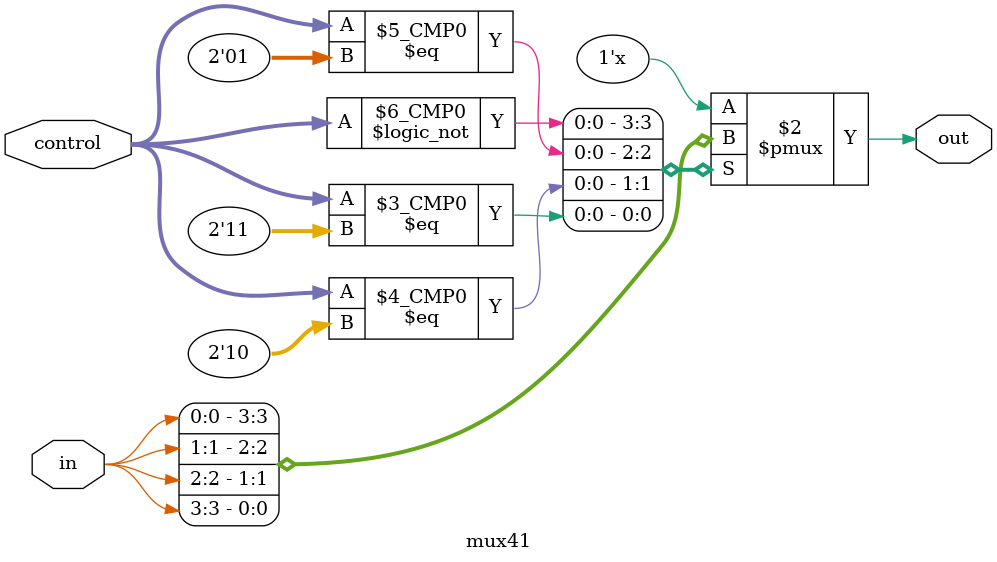
<source format=v>
`timescale 1ns / 1ps
module mux41(
    input wire [1:0] control,
    input wire [3:0] in,
    output reg out
);

always @(*) begin
    case (control)
        2'b00: out = in[0];
        2'b01: out = in[1];
        2'b10: out = in[2];
        2'b11: out = in[3];
        default: out = 1'b0; // Default case (optional), sets output to 0 for invalid control values.
    endcase
end

endmodule


</source>
